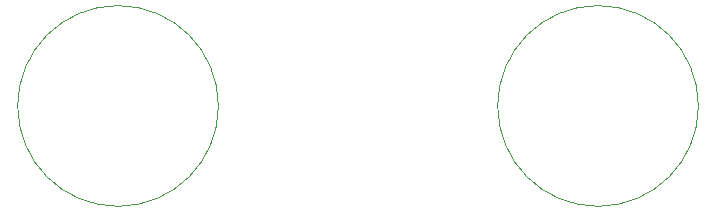
<source format=gbr>
%TF.GenerationSoftware,KiCad,Pcbnew,8.0.0*%
%TF.CreationDate,2025-03-01T13:37:18-05:00*%
%TF.ProjectId,compulator,636f6d70-756c-4617-946f-722e6b696361,rev?*%
%TF.SameCoordinates,Original*%
%TF.FileFunction,Legend,Bot*%
%TF.FilePolarity,Positive*%
%FSLAX46Y46*%
G04 Gerber Fmt 4.6, Leading zero omitted, Abs format (unit mm)*
G04 Created by KiCad (PCBNEW 8.0.0) date 2025-03-01 13:37:18*
%MOMM*%
%LPD*%
G01*
G04 APERTURE LIST*
%ADD10C,0.100000*%
G04 APERTURE END LIST*
D10*
%TO.C,LEVEL1*%
X188840000Y-68580000D02*
G75*
G02*
X171840000Y-68580000I-8500000J0D01*
G01*
X171840000Y-68580000D02*
G75*
G02*
X188840000Y-68580000I8500000J0D01*
G01*
%TO.C,COMP1*%
X229480000Y-68580000D02*
G75*
G02*
X212480000Y-68580000I-8500000J0D01*
G01*
X212480000Y-68580000D02*
G75*
G02*
X229480000Y-68580000I8500000J0D01*
G01*
%TD*%
M02*

</source>
